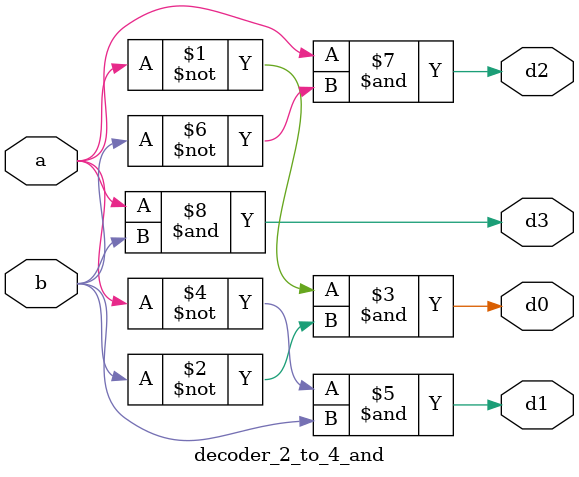
<source format=v>
`timescale 1ns / 1ps

module decoder_2_to_4_and(
    input a, b,
    output d0, d1, d2, d3
    );
    assign d0 = ~a & ~b;
    assign d1 = ~a & b;
    assign d2 = a & ~b;
    assign d3 = a & b;
endmodule
</source>
